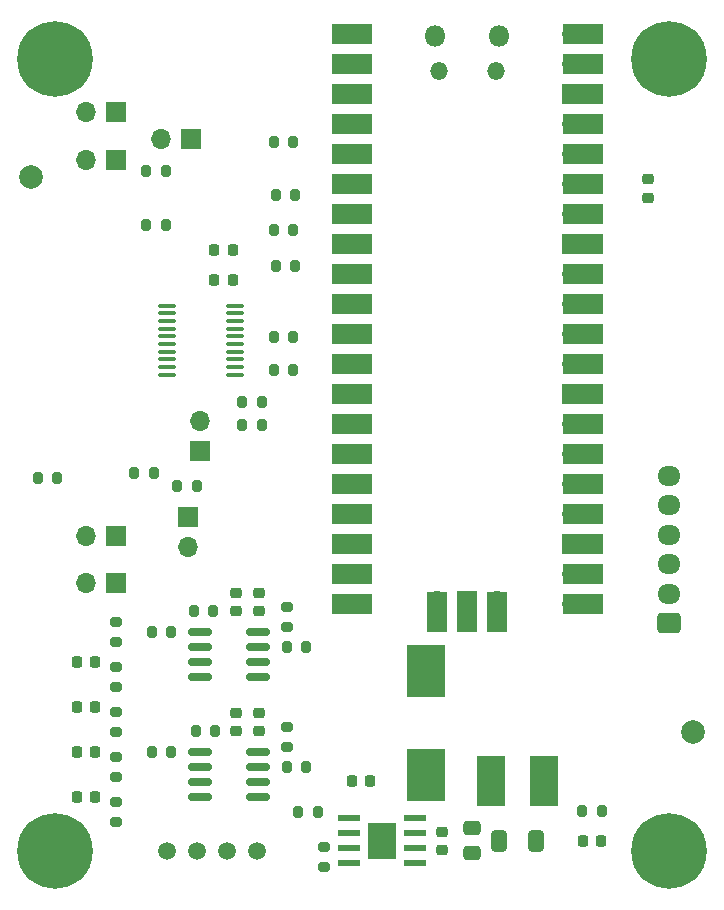
<source format=gbr>
%TF.GenerationSoftware,KiCad,Pcbnew,(6.0.10)*%
%TF.CreationDate,2023-03-05T19:00:04+01:00*%
%TF.ProjectId,HighPrecPosSens,48696768-5072-4656-9350-6f7353656e73,1*%
%TF.SameCoordinates,Original*%
%TF.FileFunction,Soldermask,Top*%
%TF.FilePolarity,Negative*%
%FSLAX46Y46*%
G04 Gerber Fmt 4.6, Leading zero omitted, Abs format (unit mm)*
G04 Created by KiCad (PCBNEW (6.0.10)) date 2023-03-05 19:00:04*
%MOMM*%
%LPD*%
G01*
G04 APERTURE LIST*
G04 Aperture macros list*
%AMRoundRect*
0 Rectangle with rounded corners*
0 $1 Rounding radius*
0 $2 $3 $4 $5 $6 $7 $8 $9 X,Y pos of 4 corners*
0 Add a 4 corners polygon primitive as box body*
4,1,4,$2,$3,$4,$5,$6,$7,$8,$9,$2,$3,0*
0 Add four circle primitives for the rounded corners*
1,1,$1+$1,$2,$3*
1,1,$1+$1,$4,$5*
1,1,$1+$1,$6,$7*
1,1,$1+$1,$8,$9*
0 Add four rect primitives between the rounded corners*
20,1,$1+$1,$2,$3,$4,$5,0*
20,1,$1+$1,$4,$5,$6,$7,0*
20,1,$1+$1,$6,$7,$8,$9,0*
20,1,$1+$1,$8,$9,$2,$3,0*%
G04 Aperture macros list end*
%ADD10C,6.400000*%
%ADD11RoundRect,0.200000X-0.200000X-0.275000X0.200000X-0.275000X0.200000X0.275000X-0.200000X0.275000X0*%
%ADD12RoundRect,0.225000X0.225000X0.250000X-0.225000X0.250000X-0.225000X-0.250000X0.225000X-0.250000X0*%
%ADD13RoundRect,0.200000X0.200000X0.275000X-0.200000X0.275000X-0.200000X-0.275000X0.200000X-0.275000X0*%
%ADD14RoundRect,0.200000X0.275000X-0.200000X0.275000X0.200000X-0.275000X0.200000X-0.275000X-0.200000X0*%
%ADD15RoundRect,0.250000X0.725000X-0.600000X0.725000X0.600000X-0.725000X0.600000X-0.725000X-0.600000X0*%
%ADD16O,1.950000X1.700000*%
%ADD17C,1.500000*%
%ADD18RoundRect,0.200000X-0.275000X0.200000X-0.275000X-0.200000X0.275000X-0.200000X0.275000X0.200000X0*%
%ADD19R,1.700000X1.700000*%
%ADD20O,1.700000X1.700000*%
%ADD21RoundRect,0.225000X-0.250000X0.225000X-0.250000X-0.225000X0.250000X-0.225000X0.250000X0.225000X0*%
%ADD22RoundRect,0.225000X0.250000X-0.225000X0.250000X0.225000X-0.250000X0.225000X-0.250000X-0.225000X0*%
%ADD23RoundRect,0.250000X-0.475000X0.337500X-0.475000X-0.337500X0.475000X-0.337500X0.475000X0.337500X0*%
%ADD24C,2.000000*%
%ADD25RoundRect,0.150000X-0.825000X-0.150000X0.825000X-0.150000X0.825000X0.150000X-0.825000X0.150000X0*%
%ADD26O,1.800000X1.800000*%
%ADD27O,1.500000X1.500000*%
%ADD28R,3.500000X1.700000*%
%ADD29R,1.700000X3.500000*%
%ADD30R,1.910000X0.610000*%
%ADD31R,1.205000X1.550000*%
%ADD32RoundRect,0.225000X-0.225000X-0.250000X0.225000X-0.250000X0.225000X0.250000X-0.225000X0.250000X0*%
%ADD33RoundRect,0.250000X0.412500X0.650000X-0.412500X0.650000X-0.412500X-0.650000X0.412500X-0.650000X0*%
%ADD34R,2.400000X4.200000*%
%ADD35RoundRect,0.100000X-0.637500X-0.100000X0.637500X-0.100000X0.637500X0.100000X-0.637500X0.100000X0*%
%ADD36R,3.300000X4.500000*%
G04 APERTURE END LIST*
D10*
%TO.C,H2*%
X118750000Y-57980864D03*
%TD*%
D11*
%TO.C,R19*%
X85265000Y-72480864D03*
X86915000Y-72480864D03*
%TD*%
%TO.C,R27*%
X86355000Y-107750864D03*
X88005000Y-107750864D03*
%TD*%
D12*
%TO.C,C20*%
X70175000Y-120450864D03*
X68625000Y-120450864D03*
%TD*%
D11*
%TO.C,R2*%
X87330000Y-121720864D03*
X88980000Y-121720864D03*
%TD*%
D13*
%TO.C,R3*%
X113045000Y-121610864D03*
X111395000Y-121610864D03*
%TD*%
D14*
%TO.C,R22*%
X86418000Y-116195864D03*
X86418000Y-114545864D03*
%TD*%
D15*
%TO.C,J5*%
X118725000Y-105730864D03*
D16*
X118725000Y-103230864D03*
X118725000Y-100730864D03*
X118725000Y-98230864D03*
X118725000Y-95730864D03*
X118725000Y-93230864D03*
%TD*%
D17*
%TO.C,TP1*%
X78740000Y-125000000D03*
%TD*%
D10*
%TO.C,H4*%
X118750000Y-124980864D03*
%TD*%
D18*
%TO.C,R4*%
X89480000Y-124720864D03*
X89480000Y-126370864D03*
%TD*%
D19*
%TO.C,J8*%
X77978000Y-96774000D03*
D20*
X77978000Y-99314000D03*
%TD*%
D13*
%TO.C,R26*%
X76575000Y-106480864D03*
X74925000Y-106480864D03*
%TD*%
D11*
%TO.C,R25*%
X86355000Y-117910864D03*
X88005000Y-117910864D03*
%TD*%
%TO.C,R24*%
X78672000Y-114862864D03*
X80322000Y-114862864D03*
%TD*%
D14*
%TO.C,R10*%
X71940000Y-107305864D03*
X71940000Y-105655864D03*
%TD*%
D11*
%TO.C,R9*%
X77100000Y-94080864D03*
X78750000Y-94080864D03*
%TD*%
D17*
%TO.C,TP4*%
X76200000Y-125000000D03*
%TD*%
D21*
%TO.C,C21*%
X116941600Y-68160600D03*
X116941600Y-69710600D03*
%TD*%
D12*
%TO.C,C17*%
X70175000Y-109020864D03*
X68625000Y-109020864D03*
%TD*%
D22*
%TO.C,C12*%
X82100000Y-104715864D03*
X82100000Y-103165864D03*
%TD*%
D23*
%TO.C,C2*%
X102060000Y-123113364D03*
X102060000Y-125188364D03*
%TD*%
D24*
%TO.C,FID2*%
X120750000Y-114980864D03*
%TD*%
D11*
%TO.C,R18*%
X85265000Y-64980864D03*
X86915000Y-64980864D03*
%TD*%
D25*
%TO.C,U4*%
X78990000Y-116640864D03*
X78990000Y-117910864D03*
X78990000Y-119180864D03*
X78990000Y-120450864D03*
X83940000Y-120450864D03*
X83940000Y-119180864D03*
X83940000Y-117910864D03*
X83940000Y-116640864D03*
%TD*%
D13*
%TO.C,R6*%
X76120000Y-71980864D03*
X74470000Y-71980864D03*
%TD*%
D12*
%TO.C,C16*%
X81785000Y-76690864D03*
X80235000Y-76690864D03*
%TD*%
D11*
%TO.C,R20*%
X85265000Y-81480864D03*
X86915000Y-81480864D03*
%TD*%
D17*
%TO.C,TP3*%
X81280000Y-125000000D03*
%TD*%
D11*
%TO.C,R15*%
X85425000Y-69480864D03*
X87075000Y-69480864D03*
%TD*%
D10*
%TO.C,H1*%
X66750000Y-57980864D03*
%TD*%
D12*
%TO.C,C19*%
X70175000Y-112830864D03*
X68625000Y-112830864D03*
%TD*%
D13*
%TO.C,R8*%
X84250000Y-86980864D03*
X82600000Y-86980864D03*
%TD*%
D17*
%TO.C,TP2*%
X83820000Y-125000000D03*
%TD*%
D13*
%TO.C,R5*%
X76120000Y-67480864D03*
X74470000Y-67480864D03*
%TD*%
D10*
%TO.C,H3*%
X66750000Y-124980864D03*
%TD*%
D26*
%TO.C,U6*%
X98925000Y-55980864D03*
X104375000Y-55980864D03*
D27*
X99225000Y-59010864D03*
X104075000Y-59010864D03*
D20*
X92760000Y-55850864D03*
D28*
X91860000Y-55850864D03*
D20*
X92760000Y-58390864D03*
D28*
X91860000Y-58390864D03*
X91860000Y-60930864D03*
D19*
X92760000Y-60930864D03*
D28*
X91860000Y-63470864D03*
D20*
X92760000Y-63470864D03*
X92760000Y-66010864D03*
D28*
X91860000Y-66010864D03*
D20*
X92760000Y-68550864D03*
D28*
X91860000Y-68550864D03*
D20*
X92760000Y-71090864D03*
D28*
X91860000Y-71090864D03*
D19*
X92760000Y-73630864D03*
D28*
X91860000Y-73630864D03*
X91860000Y-76170864D03*
D20*
X92760000Y-76170864D03*
D28*
X91860000Y-78710864D03*
D20*
X92760000Y-78710864D03*
D28*
X91860000Y-81250864D03*
D20*
X92760000Y-81250864D03*
X92760000Y-83790864D03*
D28*
X91860000Y-83790864D03*
D19*
X92760000Y-86330864D03*
D28*
X91860000Y-86330864D03*
D20*
X92760000Y-88870864D03*
D28*
X91860000Y-88870864D03*
X91860000Y-91410864D03*
D20*
X92760000Y-91410864D03*
D28*
X91860000Y-93950864D03*
D20*
X92760000Y-93950864D03*
D28*
X91860000Y-96490864D03*
D20*
X92760000Y-96490864D03*
D28*
X91860000Y-99030864D03*
D19*
X92760000Y-99030864D03*
D20*
X92760000Y-101570864D03*
D28*
X91860000Y-101570864D03*
X91860000Y-104110864D03*
D20*
X92760000Y-104110864D03*
D28*
X111440000Y-104110864D03*
D20*
X110540000Y-104110864D03*
D28*
X111440000Y-101570864D03*
D20*
X110540000Y-101570864D03*
D28*
X111440000Y-99030864D03*
D19*
X110540000Y-99030864D03*
D28*
X111440000Y-96490864D03*
D20*
X110540000Y-96490864D03*
X110540000Y-93950864D03*
D28*
X111440000Y-93950864D03*
X111440000Y-91410864D03*
D20*
X110540000Y-91410864D03*
X110540000Y-88870864D03*
D28*
X111440000Y-88870864D03*
X111440000Y-86330864D03*
D19*
X110540000Y-86330864D03*
D28*
X111440000Y-83790864D03*
D20*
X110540000Y-83790864D03*
D28*
X111440000Y-81250864D03*
D20*
X110540000Y-81250864D03*
D28*
X111440000Y-78710864D03*
D20*
X110540000Y-78710864D03*
X110540000Y-76170864D03*
D28*
X111440000Y-76170864D03*
D19*
X110540000Y-73630864D03*
D28*
X111440000Y-73630864D03*
X111440000Y-71090864D03*
D20*
X110540000Y-71090864D03*
D28*
X111440000Y-68550864D03*
D20*
X110540000Y-68550864D03*
X110540000Y-66010864D03*
D28*
X111440000Y-66010864D03*
D20*
X110540000Y-63470864D03*
D28*
X111440000Y-63470864D03*
X111440000Y-60930864D03*
D19*
X110540000Y-60930864D03*
D28*
X111440000Y-58390864D03*
D20*
X110540000Y-58390864D03*
X110540000Y-55850864D03*
D28*
X111440000Y-55850864D03*
D20*
X99110000Y-103880864D03*
D29*
X99110000Y-104780864D03*
D19*
X101650000Y-103880864D03*
D29*
X101650000Y-104780864D03*
D20*
X104190000Y-103880864D03*
D29*
X104190000Y-104780864D03*
%TD*%
D21*
%TO.C,C1*%
X99520000Y-123375864D03*
X99520000Y-124925864D03*
%TD*%
D14*
%TO.C,R23*%
X86418000Y-106035864D03*
X86418000Y-104385864D03*
%TD*%
D25*
%TO.C,U3*%
X78990000Y-106480864D03*
X78990000Y-107750864D03*
X78990000Y-109020864D03*
X78990000Y-110290864D03*
X83940000Y-110290864D03*
X83940000Y-109020864D03*
X83940000Y-107750864D03*
X83940000Y-106480864D03*
%TD*%
D30*
%TO.C,U1*%
X91660000Y-122245864D03*
X91660000Y-123515864D03*
X91660000Y-124785864D03*
X91660000Y-126055864D03*
X97220000Y-126055864D03*
X97220000Y-124785864D03*
X97220000Y-123515864D03*
X97220000Y-122245864D03*
D31*
X95042500Y-123375864D03*
X93837500Y-123375864D03*
X95042500Y-124925864D03*
X93837500Y-124925864D03*
%TD*%
D11*
%TO.C,R21*%
X78481000Y-104702864D03*
X80131000Y-104702864D03*
%TD*%
D32*
%TO.C,C3*%
X91900000Y-119070864D03*
X93450000Y-119070864D03*
%TD*%
%TO.C,C5*%
X111445000Y-124150864D03*
X112995000Y-124150864D03*
%TD*%
D33*
%TO.C,C4*%
X107432500Y-124150864D03*
X104307500Y-124150864D03*
%TD*%
D14*
%TO.C,R12*%
X71940000Y-114925864D03*
X71940000Y-113275864D03*
%TD*%
D22*
%TO.C,C13*%
X84005000Y-114875864D03*
X84005000Y-113325864D03*
%TD*%
D13*
%TO.C,R7*%
X84250000Y-88980864D03*
X82600000Y-88980864D03*
%TD*%
D34*
%TO.C,L1*%
X103620000Y-119070864D03*
X108120000Y-119070864D03*
%TD*%
D11*
%TO.C,R17*%
X85265000Y-84310864D03*
X86915000Y-84310864D03*
%TD*%
%TO.C,R16*%
X85425000Y-75480864D03*
X87075000Y-75480864D03*
%TD*%
D12*
%TO.C,C15*%
X81785000Y-74150864D03*
X80235000Y-74150864D03*
%TD*%
%TO.C,C18*%
X70175000Y-116640864D03*
X68625000Y-116640864D03*
%TD*%
D13*
%TO.C,R28*%
X76575000Y-116640864D03*
X74925000Y-116640864D03*
%TD*%
D35*
%TO.C,U5*%
X76242500Y-78845864D03*
X76242500Y-79495864D03*
X76242500Y-80145864D03*
X76242500Y-80795864D03*
X76242500Y-81445864D03*
X76242500Y-82095864D03*
X76242500Y-82745864D03*
X76242500Y-83395864D03*
X76242500Y-84045864D03*
X76242500Y-84695864D03*
X81967500Y-84695864D03*
X81967500Y-84045864D03*
X81967500Y-83395864D03*
X81967500Y-82745864D03*
X81967500Y-82095864D03*
X81967500Y-81445864D03*
X81967500Y-80795864D03*
X81967500Y-80145864D03*
X81967500Y-79495864D03*
X81967500Y-78845864D03*
%TD*%
D19*
%TO.C,J6*%
X78232000Y-64770000D03*
D20*
X75692000Y-64770000D03*
%TD*%
D22*
%TO.C,C11*%
X82100000Y-114875864D03*
X82100000Y-113325864D03*
%TD*%
D11*
%TO.C,R29*%
X65300000Y-93480864D03*
X66950000Y-93480864D03*
%TD*%
D36*
%TO.C,D8*%
X98150000Y-118580864D03*
X98150000Y-109780864D03*
%TD*%
D19*
%TO.C,J7*%
X78994000Y-91191000D03*
D20*
X78994000Y-88651000D03*
%TD*%
D13*
%TO.C,R1*%
X75118000Y-92980864D03*
X73468000Y-92980864D03*
%TD*%
D14*
%TO.C,R14*%
X71940000Y-122545864D03*
X71940000Y-120895864D03*
%TD*%
D22*
%TO.C,C14*%
X84005000Y-104715864D03*
X84005000Y-103165864D03*
%TD*%
D24*
%TO.C,FID1*%
X64750000Y-67980864D03*
%TD*%
D14*
%TO.C,R11*%
X71940000Y-111115864D03*
X71940000Y-109465864D03*
%TD*%
%TO.C,R13*%
X71940000Y-118735864D03*
X71940000Y-117085864D03*
%TD*%
D19*
%TO.C,J4*%
X71925000Y-66480864D03*
D20*
X69385000Y-66480864D03*
%TD*%
D19*
%TO.C,J3*%
X71930000Y-102310864D03*
D20*
X69390000Y-102310864D03*
%TD*%
D19*
%TO.C,J1*%
X71930000Y-98310864D03*
D20*
X69390000Y-98310864D03*
%TD*%
D19*
%TO.C,J2*%
X71925000Y-62480864D03*
D20*
X69385000Y-62480864D03*
%TD*%
M02*

</source>
